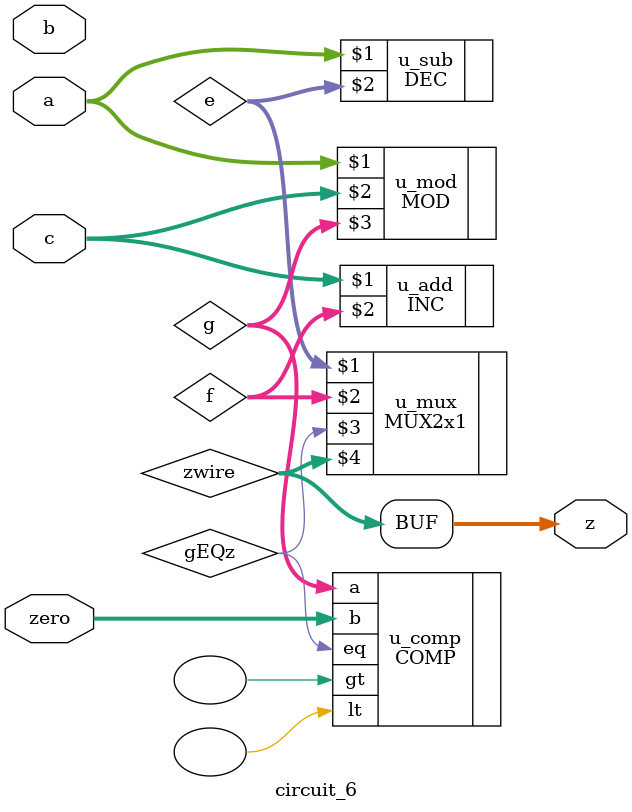
<source format=v>
module circuit_6 (

input [63:0] a,
input [63:0] b,
input [63:0] c,
input [63:0] zero,

output [63:0] z
);

wire [63:0] e;
wire [63:0] f;
wire [63:0] g;
wire [63:0] zwire;
wire gEQz;  

// e = a - 1
DEC #(64) u_sub(a,e);

// f = c + 1
INC #(64) u_add(c,f);

// g = a % c
MOD #(64) u_mod(a,c,g);

// gEQz = (g == zero)
COMP #(64) u_comp(
	.a(g),
	.b(zero),
	.gt(),
	.lt(),
	.eq(gEQz)
	);

// zwire = gEQz ? e : f
MUX2x1 #(64) u_mux(e,f,gEQz,zwire);

// z = zwire
assign z = zwire;

endmodule

</source>
